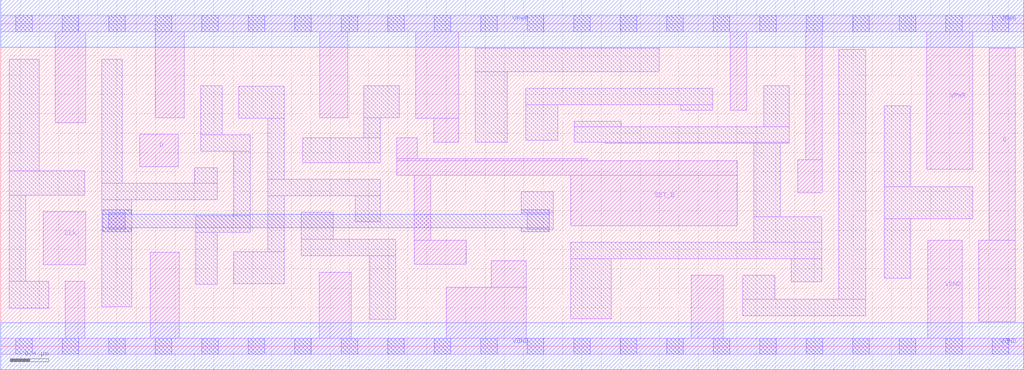
<source format=lef>
# Copyright 2020 The SkyWater PDK Authors
#
# Licensed under the Apache License, Version 2.0 (the "License");
# you may not use this file except in compliance with the License.
# You may obtain a copy of the License at
#
#     https://www.apache.org/licenses/LICENSE-2.0
#
# Unless required by applicable law or agreed to in writing, software
# distributed under the License is distributed on an "AS IS" BASIS,
# WITHOUT WARRANTIES OR CONDITIONS OF ANY KIND, either express or implied.
# See the License for the specific language governing permissions and
# limitations under the License.
#
# SPDX-License-Identifier: Apache-2.0

VERSION 5.7 ;
  NAMESCASESENSITIVE ON ;
  NOWIREEXTENSIONATPIN ON ;
  DIVIDERCHAR "/" ;
  BUSBITCHARS "[]" ;
UNITS
  DATABASE MICRONS 200 ;
END UNITS
MACRO sky130_fd_sc_lp__dfstp_1
  CLASS CORE ;
  SOURCE USER ;
  FOREIGN sky130_fd_sc_lp__dfstp_1 ;
  ORIGIN  0.000000  0.000000 ;
  SIZE  10.56000 BY  3.330000 ;
  SYMMETRY X Y R90 ;
  SITE unit ;
  PIN D
    ANTENNAGATEAREA  0.126000 ;
    DIRECTION INPUT ;
    USE SIGNAL ;
    PORT
      LAYER li1 ;
        RECT 1.435000 1.855000 1.835000 2.190000 ;
    END
  END D
  PIN Q
    ANTENNADIFFAREA  0.556500 ;
    DIRECTION OUTPUT ;
    USE SIGNAL ;
    PORT
      LAYER li1 ;
        RECT 10.095000 0.255000 10.475000 1.095000 ;
        RECT 10.205000 1.095000 10.475000 3.075000 ;
    END
  END Q
  PIN SET_B
    ANTENNAGATEAREA  0.252000 ;
    DIRECTION INPUT ;
    USE SIGNAL ;
    PORT
      LAYER li1 ;
        RECT 4.090000 1.765000 7.605000 1.915000 ;
        RECT 4.090000 1.915000 6.055000 1.935000 ;
        RECT 4.090000 1.935000 4.300000 2.155000 ;
        RECT 4.270000 0.845000 4.805000 1.095000 ;
        RECT 4.270000 1.095000 4.440000 1.765000 ;
        RECT 5.885000 1.245000 7.605000 1.765000 ;
    END
  END SET_B
  PIN CLK
    ANTENNAGATEAREA  0.159000 ;
    DIRECTION INPUT ;
    USE CLOCK ;
    PORT
      LAYER li1 ;
        RECT 0.440000 0.840000 0.875000 1.390000 ;
    END
  END CLK
  PIN VGND
    DIRECTION INOUT ;
    USE GROUND ;
    PORT
      LAYER li1 ;
        RECT 0.000000 -0.085000 10.560000 0.085000 ;
        RECT 0.665000  0.085000  0.865000 0.670000 ;
        RECT 1.545000  0.085000  1.845000 0.970000 ;
        RECT 3.290000  0.085000  3.620000 0.765000 ;
        RECT 4.600000  0.085000  5.425000 0.610000 ;
        RECT 5.065000  0.610000  5.425000 0.885000 ;
        RECT 7.130000  0.085000  7.460000 0.735000 ;
        RECT 9.570000  0.085000  9.925000 1.095000 ;
      LAYER mcon ;
        RECT  0.155000 -0.085000  0.325000 0.085000 ;
        RECT  0.635000 -0.085000  0.805000 0.085000 ;
        RECT  1.115000 -0.085000  1.285000 0.085000 ;
        RECT  1.595000 -0.085000  1.765000 0.085000 ;
        RECT  2.075000 -0.085000  2.245000 0.085000 ;
        RECT  2.555000 -0.085000  2.725000 0.085000 ;
        RECT  3.035000 -0.085000  3.205000 0.085000 ;
        RECT  3.515000 -0.085000  3.685000 0.085000 ;
        RECT  3.995000 -0.085000  4.165000 0.085000 ;
        RECT  4.475000 -0.085000  4.645000 0.085000 ;
        RECT  4.955000 -0.085000  5.125000 0.085000 ;
        RECT  5.435000 -0.085000  5.605000 0.085000 ;
        RECT  5.915000 -0.085000  6.085000 0.085000 ;
        RECT  6.395000 -0.085000  6.565000 0.085000 ;
        RECT  6.875000 -0.085000  7.045000 0.085000 ;
        RECT  7.355000 -0.085000  7.525000 0.085000 ;
        RECT  7.835000 -0.085000  8.005000 0.085000 ;
        RECT  8.315000 -0.085000  8.485000 0.085000 ;
        RECT  8.795000 -0.085000  8.965000 0.085000 ;
        RECT  9.275000 -0.085000  9.445000 0.085000 ;
        RECT  9.755000 -0.085000  9.925000 0.085000 ;
        RECT 10.235000 -0.085000 10.405000 0.085000 ;
      LAYER met1 ;
        RECT 0.000000 -0.245000 10.560000 0.245000 ;
    END
  END VGND
  PIN VPWR
    DIRECTION INOUT ;
    USE POWER ;
    PORT
      LAYER li1 ;
        RECT 0.000000 3.245000 10.560000 3.415000 ;
        RECT 0.565000 2.305000  0.875000 3.245000 ;
        RECT 1.595000 2.360000  1.895000 3.245000 ;
        RECT 3.295000 2.360000  3.580000 3.245000 ;
        RECT 4.285000 2.355000  4.730000 3.245000 ;
        RECT 4.470000 2.105000  4.730000 2.355000 ;
        RECT 7.530000 2.435000  7.700000 3.245000 ;
        RECT 8.230000 1.585000  8.480000 1.925000 ;
        RECT 8.310000 1.925000  8.480000 3.245000 ;
        RECT 9.560000 1.825000 10.035000 3.245000 ;
      LAYER mcon ;
        RECT  0.155000 3.245000  0.325000 3.415000 ;
        RECT  0.635000 3.245000  0.805000 3.415000 ;
        RECT  1.115000 3.245000  1.285000 3.415000 ;
        RECT  1.595000 3.245000  1.765000 3.415000 ;
        RECT  2.075000 3.245000  2.245000 3.415000 ;
        RECT  2.555000 3.245000  2.725000 3.415000 ;
        RECT  3.035000 3.245000  3.205000 3.415000 ;
        RECT  3.515000 3.245000  3.685000 3.415000 ;
        RECT  3.995000 3.245000  4.165000 3.415000 ;
        RECT  4.475000 3.245000  4.645000 3.415000 ;
        RECT  4.955000 3.245000  5.125000 3.415000 ;
        RECT  5.435000 3.245000  5.605000 3.415000 ;
        RECT  5.915000 3.245000  6.085000 3.415000 ;
        RECT  6.395000 3.245000  6.565000 3.415000 ;
        RECT  6.875000 3.245000  7.045000 3.415000 ;
        RECT  7.355000 3.245000  7.525000 3.415000 ;
        RECT  7.835000 3.245000  8.005000 3.415000 ;
        RECT  8.315000 3.245000  8.485000 3.415000 ;
        RECT  8.795000 3.245000  8.965000 3.415000 ;
        RECT  9.275000 3.245000  9.445000 3.415000 ;
        RECT  9.755000 3.245000  9.925000 3.415000 ;
        RECT 10.235000 3.245000 10.405000 3.415000 ;
      LAYER met1 ;
        RECT 0.000000 3.085000 10.560000 3.575000 ;
    END
  END VPWR
  OBS
    LAYER li1 ;
      RECT 0.090000 0.390000  0.495000 0.670000 ;
      RECT 0.090000 0.670000  0.260000 1.560000 ;
      RECT 0.090000 1.560000  0.865000 1.810000 ;
      RECT 0.090000 1.810000  0.395000 2.965000 ;
      RECT 1.045000 0.410000  1.355000 1.515000 ;
      RECT 1.045000 1.515000  2.235000 1.685000 ;
      RECT 1.045000 1.685000  1.255000 2.965000 ;
      RECT 2.005000 1.685000  2.235000 1.845000 ;
      RECT 2.015000 0.640000  2.235000 1.175000 ;
      RECT 2.015000 1.175000  2.575000 1.345000 ;
      RECT 2.065000 2.015000  2.575000 2.185000 ;
      RECT 2.065000 2.185000  2.285000 2.690000 ;
      RECT 2.405000 0.645000  2.925000 0.975000 ;
      RECT 2.405000 1.345000  2.575000 2.015000 ;
      RECT 2.455000 2.355000  2.925000 2.685000 ;
      RECT 2.755000 0.975000  2.925000 1.555000 ;
      RECT 2.755000 1.555000  3.920000 1.725000 ;
      RECT 2.755000 1.725000  2.925000 2.355000 ;
      RECT 3.105000 0.935000  4.080000 1.105000 ;
      RECT 3.105000 1.105000  3.435000 1.385000 ;
      RECT 3.120000 1.895000  3.920000 2.155000 ;
      RECT 3.660000 1.285000  3.920000 1.555000 ;
      RECT 3.750000 2.155000  3.920000 2.360000 ;
      RECT 3.750000 2.360000  4.115000 2.690000 ;
      RECT 3.810000 0.280000  4.080000 0.935000 ;
      RECT 4.900000 2.105000  5.230000 2.835000 ;
      RECT 4.900000 2.835000  6.800000 3.075000 ;
      RECT 5.375000 1.380000  5.705000 1.595000 ;
      RECT 5.420000 2.125000  5.750000 2.495000 ;
      RECT 5.420000 2.495000  7.350000 2.665000 ;
      RECT 5.435000 1.210000  5.705000 1.380000 ;
      RECT 5.885000 0.285000  6.305000 0.905000 ;
      RECT 5.885000 0.905000  8.475000 1.075000 ;
      RECT 5.920000 2.105000  8.140000 2.265000 ;
      RECT 5.920000 2.265000  6.405000 2.325000 ;
      RECT 6.235000 2.095000  8.140000 2.105000 ;
      RECT 7.020000 2.435000  7.350000 2.495000 ;
      RECT 7.660000 0.315000  8.930000 0.485000 ;
      RECT 7.660000 0.485000  7.990000 0.735000 ;
      RECT 7.775000 1.075000  8.475000 1.335000 ;
      RECT 7.775000 1.335000  8.050000 2.095000 ;
      RECT 7.880000 2.265000  8.140000 2.690000 ;
      RECT 8.160000 0.665000  8.475000 0.905000 ;
      RECT 8.650000 0.485000  8.930000 3.065000 ;
      RECT 9.120000 0.700000  9.390000 1.315000 ;
      RECT 9.120000 1.315000 10.035000 1.645000 ;
      RECT 9.120000 1.645000  9.390000 2.485000 ;
    LAYER mcon ;
      RECT 1.115000 1.210000 1.285000 1.380000 ;
    LAYER met1 ;
      RECT 1.055000 1.180000 1.345000 1.225000 ;
      RECT 1.055000 1.225000 5.665000 1.365000 ;
      RECT 1.055000 1.365000 1.345000 1.410000 ;
      RECT 5.375000 1.180000 5.665000 1.225000 ;
      RECT 5.375000 1.365000 5.665000 1.410000 ;
  END
END sky130_fd_sc_lp__dfstp_1

</source>
